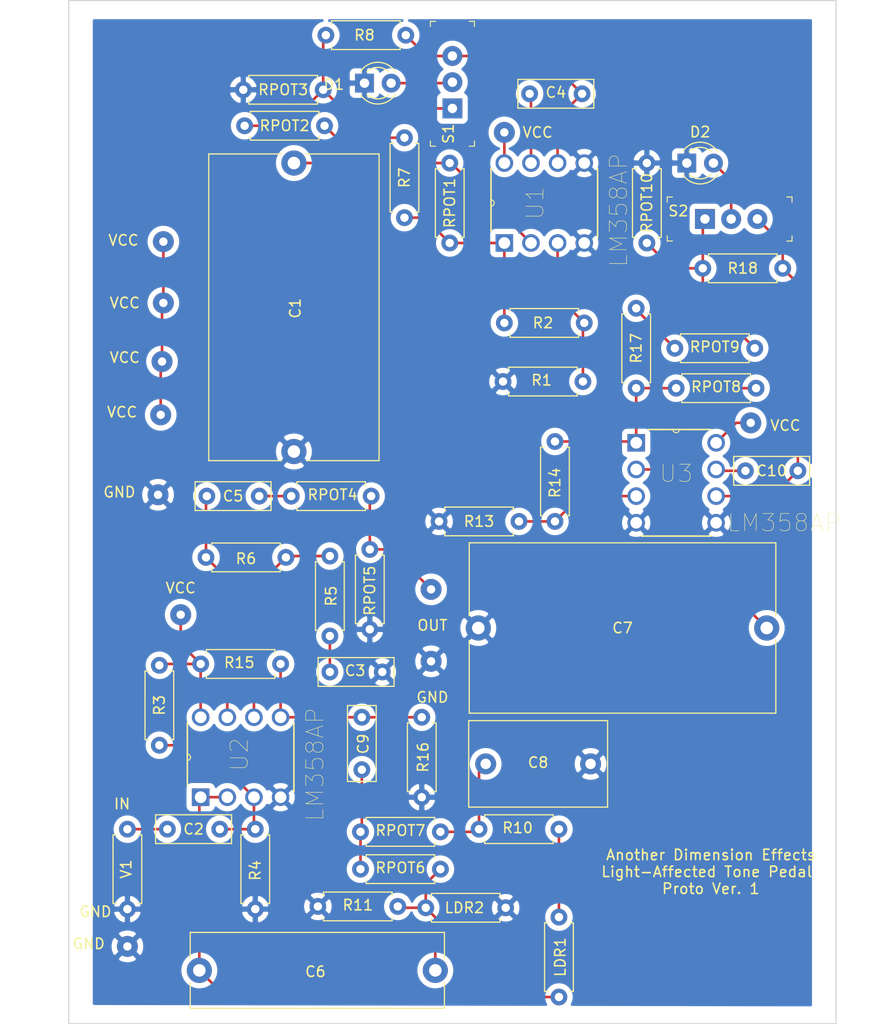
<source format=kicad_pcb>
(kicad_pcb (version 20171130) (host pcbnew 5.1.2)
  (layers (0 F.Cu signal) (31 B.Cu signal) (34 B.Paste user) (35 F.Paste user) (36 B.SilkS user) (37 F.SilkS user) (38 B.Mask user) (39 F.Mask user) (44 Edge.Cuts user))
  (net 0 "")
  (net 1 "Net-(C1-Pad1)")
  (net 2 GND)
  (net 3 "Net-(C2-Pad2)")
  (net 4 vin)
  (net 5 "Net-(C3-Pad1)")
  (net 6 "Net-(C4-Pad1)")
  (net 7 Triangle1)
  (net 8 "Net-(C5-Pad1)")
  (net 9 "Net-(C5-Pad2)")
  (net 10 "Net-(C6-Pad1)")
  (net 11 "Net-(C6-Pad2)")
  (net 12 "Net-(C7-Pad1)")
  (net 13 "Net-(C8-Pad1)")
  (net 14 "Net-(C9-Pad1)")
  (net 15 "Net-(C9-Pad2)")
  (net 16 Triangle2)
  (net 17 "Net-(C10-Pad1)")
  (net 18 "Net-(R1-Pad2)")
  (net 19 "Net-(R2-Pad1)")
  (net 20 VCC)
  (net 21 "Net-(R5-Pad1)")
  (net 22 "Net-(R7-Pad1)")
  (net 23 Square1)
  (net 24 "Net-(R13-Pad2)")
  (net 25 "Net-(R14-Pad1)")
  (net 26 "Net-(R17-Pad1)")
  (net 27 Square2)
  (net 28 vout)
  (net 29 Out1)
  (net 30 Out2)
  (net 31 "Net-(LDR1-Pad2)")
  (module Connector_Wire:SolderWirePad_1x01_Drill0.8mm (layer F.Cu) (at 102.743 83.439)
    (fp_text reference GND (at -3.683 -0.254) (layer F.SilkS))
    (fp_text value SolderWirePad_1x01_Drill0.8mm)
    (pad 1 thru_hole circle (at 0 0) (size 1.99898 1.99898) (drill 0.8001) (layers *.Cu *.Mask) (net 2 GND))
  )
  (module Connector_Wire:SolderWirePad_1x01_Drill0.8mm (layer F.Cu) (at 128.778 99.314)
    (fp_text reference GND (at 0.127 3.429) (layer F.SilkS))
    (fp_text value SolderWirePad_1x01_Drill0.8mm)
    (pad 1 thru_hole circle (at 0 0) (size 1.99898 1.99898) (drill 0.8001) (layers *.Cu *.Mask) (net 2 GND))
  )
  (module Connector_Wire:SolderWirePad_1x01_Drill0.8mm (layer F.Cu) (at 128.778 92.456)
    (fp_text reference OUT (at 0.127 3.429) (layer F.SilkS))
    (fp_text value SolderWirePad_1x01_Drill0.8mm)
    (pad 1 thru_hole circle (at 0 0) (size 1.99898 1.99898) (drill 0.8001) (layers *.Cu *.Mask) (net 28 vout))
  )
  (module Connector_Wire:SolderWirePad_1x01_Drill0.8mm (layer F.Cu) (at 99.822 126.492)
    (fp_text reference GND (at -3.683 -0.254) (layer F.SilkS))
    (fp_text value SolderWirePad_1x01_Drill0.8mm)
    (pad 1 thru_hole circle (at 0 0) (size 1.99898 1.99898) (drill 0.8001) (layers *.Cu *.Mask) (net 2 GND))
  )
  (module Connector_Wire:SolderWirePad_1x01_Drill0.8mm (layer F.Cu) (at 102.997 75.819)
    (fp_text reference VCC (at -3.683 -0.254) (layer F.SilkS))
    (fp_text value SolderWirePad_1x01_Drill0.8mm)
    (pad 1 thru_hole circle (at 0 0) (size 1.99898 1.99898) (drill 0.8001) (layers *.Cu *.Mask) (net 20 VCC))
  )
  (module Connector_Wire:SolderWirePad_1x01_Drill0.8mm (layer F.Cu) (at 103.124 70.739)
    (fp_text reference VCC (at -3.556 -0.381) (layer F.SilkS))
    (fp_text value SolderWirePad_1x01_Drill0.8mm)
    (pad 1 thru_hole circle (at 0 0) (size 1.99898 1.99898) (drill 0.8001) (layers *.Cu *.Mask) (net 20 VCC))
  )
  (module Connector_Wire:SolderWirePad_1x01_Drill0.8mm (layer F.Cu) (at 103.251 65.151)
    (fp_text reference VCC (at -3.683 0) (layer F.SilkS))
    (fp_text value SolderWirePad_1x01_Drill0.8mm)
    (pad 1 thru_hole circle (at 0 0) (size 1.99898 1.99898) (drill 0.8001) (layers *.Cu *.Mask) (net 20 VCC))
  )
  (module Connector_Wire:SolderWirePad_1x01_Drill0.8mm (layer F.Cu) (at 103.251 59.309)
    (fp_text reference VCC (at -3.81 -0.127) (layer F.SilkS))
    (fp_text value SolderWirePad_1x01_Drill0.8mm)
    (pad 1 thru_hole circle (at 0 0) (size 1.99898 1.99898) (drill 0.8001) (layers *.Cu *.Mask) (net 20 VCC))
  )
  (module Connector_Wire:SolderWirePad_1x01_Drill0.8mm (layer F.Cu) (at 104.902 94.869)
    (fp_text reference VCC (at 0 -2.54) (layer F.SilkS))
    (fp_text value SolderWirePad_1x01_Drill0.8mm)
    (pad 1 thru_hole circle (at 0 0) (size 1.99898 1.99898) (drill 0.8001) (layers *.Cu *.Mask) (net 20 VCC))
  )
  (module Connector_Wire:SolderWirePad_1x01_Drill0.8mm (layer F.Cu) (at 159.258 76.581)
    (fp_text reference VCC (at 3.302 0.254) (layer F.SilkS))
    (fp_text value SolderWirePad_1x01_Drill0.8mm)
    (pad 1 thru_hole circle (at 0 0) (size 1.99898 1.99898) (drill 0.8001) (layers *.Cu *.Mask) (net 20 VCC))
  )
  (module Connector_Wire:SolderWirePad_1x01_Drill0.8mm (layer F.Cu) (at 135.763 48.895)
    (fp_text reference VCC (at 3.175 0) (layer F.SilkS))
    (fp_text value SolderWirePad_1x01_Drill0.8mm)
    (pad 1 thru_hole circle (at 0 0) (size 1.99898 1.99898) (drill 0.8001) (layers *.Cu *.Mask) (net 20 VCC))
  )
  (module light-affected-tone-pedal:DIP254P762X508-8 (layer F.Cu) (at 155.956 86.106)
    (fp_text reference U3 (at -3.81 -4.699) (layer F.SilkS) (effects (font (size 1.64104 1.64104) (thickness 0.05))))
    (fp_text value LM358AP (at 6.477 0) (layer F.SilkS) (effects (font (size 1.64111 1.64111) (thickness 0.05))))
    (pad 1 thru_hole rect (at -7.62 -7.62) (size 1.6764 1.6764) (drill 1.1176) (layers *.Cu *.Mask) (net 25 "Net-(R14-Pad1)"))
    (pad 2 thru_hole circle (at -7.62 -5.08) (size 1.6764 1.6764) (drill 1.1176) (layers *.Cu *.Mask) (net 12 "Net-(C7-Pad1)"))
    (pad 3 thru_hole circle (at -7.62 -2.54) (size 1.6764 1.6764) (drill 1.1176) (layers *.Cu *.Mask) (net 24 "Net-(R13-Pad2)"))
    (pad 4 thru_hole circle (at -7.62 0) (size 1.6764 1.6764) (drill 1.1176) (layers *.Cu *.Mask) (net 2 GND))
    (pad 5 thru_hole circle (at 0 0) (size 1.6764 1.6764) (drill 1.1176) (layers *.Cu *.Mask) (net 2 GND))
    (pad 6 thru_hole circle (at 0 -2.54) (size 1.6764 1.6764) (drill 1.1176) (layers *.Cu *.Mask) (net 16 Triangle2))
    (pad 7 thru_hole circle (at 0 -5.08) (size 1.6764 1.6764) (drill 1.1176) (layers *.Cu *.Mask) (net 17 "Net-(C10-Pad1)"))
    (pad 8 thru_hole circle (at 0 -7.62) (size 1.6764 1.6764) (drill 1.1176) (layers *.Cu *.Mask) (net 20 VCC))
  )
  (module light-affected-tone-pedal:DIP254P762X508-8 (layer F.Cu) (at 114.427 104.648 90)
    (fp_text reference U2 (at -3.556 -3.937 90) (layer F.SilkS) (effects (font (size 1.64104 1.64104) (thickness 0.05))))
    (fp_text value LM358AP (at -4.49883 3.2788 90) (layer F.SilkS) (effects (font (size 1.64111 1.64111) (thickness 0.05))))
    (pad 1 thru_hole rect (at -7.62 -7.62 90) (size 1.6764 1.6764) (drill 1.1176) (layers *.Cu *.Mask) (net 11 "Net-(C6-Pad2)"))
    (pad 2 thru_hole circle (at -7.62 -5.08 90) (size 1.6764 1.6764) (drill 1.1176) (layers *.Cu *.Mask) (net 11 "Net-(C6-Pad2)"))
    (pad 3 thru_hole circle (at -7.62 -2.54 90) (size 1.6764 1.6764) (drill 1.1176) (layers *.Cu *.Mask) (net 3 "Net-(C2-Pad2)"))
    (pad 4 thru_hole circle (at -7.62 0 90) (size 1.6764 1.6764) (drill 1.1176) (layers *.Cu *.Mask) (net 2 GND))
    (pad 5 thru_hole circle (at 0 0 90) (size 1.6764 1.6764) (drill 1.1176) (layers *.Cu *.Mask) (net 14 "Net-(C9-Pad1)"))
    (pad 6 thru_hole circle (at 0 -2.54 90) (size 1.6764 1.6764) (drill 1.1176) (layers *.Cu *.Mask) (net 21 "Net-(R5-Pad1)"))
    (pad 7 thru_hole circle (at 0 -5.08 90) (size 1.6764 1.6764) (drill 1.1176) (layers *.Cu *.Mask) (net 8 "Net-(C5-Pad1)"))
    (pad 8 thru_hole circle (at 0 -7.62 90) (size 1.6764 1.6764) (drill 1.1176) (layers *.Cu *.Mask) (net 20 VCC))
  )
  (module light-affected-tone-pedal:DIP254P762X508-8 (layer F.Cu) (at 143.383 51.816 90)
    (fp_text reference U1 (at -3.81 -4.699 90) (layer F.SilkS) (effects (font (size 1.64104 1.64104) (thickness 0.05))))
    (fp_text value LM358AP (at -4.49883 3.2788 90) (layer F.SilkS) (effects (font (size 1.64111 1.64111) (thickness 0.05))))
    (pad 1 thru_hole rect (at -7.62 -7.62 90) (size 1.6764 1.6764) (drill 1.1176) (layers *.Cu *.Mask) (net 19 "Net-(R2-Pad1)"))
    (pad 2 thru_hole circle (at -7.62 -5.08 90) (size 1.6764 1.6764) (drill 1.1176) (layers *.Cu *.Mask) (net 1 "Net-(C1-Pad1)"))
    (pad 3 thru_hole circle (at -7.62 -2.54 90) (size 1.6764 1.6764) (drill 1.1176) (layers *.Cu *.Mask) (net 18 "Net-(R1-Pad2)"))
    (pad 4 thru_hole circle (at -7.62 0 90) (size 1.6764 1.6764) (drill 1.1176) (layers *.Cu *.Mask) (net 2 GND))
    (pad 5 thru_hole circle (at 0 0 90) (size 1.6764 1.6764) (drill 1.1176) (layers *.Cu *.Mask) (net 2 GND))
    (pad 6 thru_hole circle (at 0 -2.54 90) (size 1.6764 1.6764) (drill 1.1176) (layers *.Cu *.Mask) (net 7 Triangle1))
    (pad 7 thru_hole circle (at 0 -5.08 90) (size 1.6764 1.6764) (drill 1.1176) (layers *.Cu *.Mask) (net 6 "Net-(C4-Pad1)"))
    (pad 8 thru_hole circle (at 0 -7.62 90) (size 1.6764 1.6764) (drill 1.1176) (layers *.Cu *.Mask) (net 20 VCC))
  )
  (module Capacitor_THT:C_Rect_L29.0mm_W16.0mm_P27.50mm_MKT (layer F.Cu) (at 115.697 51.816 270)
    (fp_text reference C1 (at 13.843 -0.127 90) (layer F.SilkS))
    (fp_text value 2u)
    (pad 2 thru_hole circle (at 27.5 0 270) (size 2.4 2.4) (drill 1.2) (layers *.Cu *.Mask) (net 2 GND))
    (pad 1 thru_hole circle (at 0 0 270) (size 2.4 2.4) (drill 1.2) (layers *.Cu *.Mask) (net 1 "Net-(C1-Pad1)"))
  )
  (module Capacitor_THT:C_Disc_D7.0mm_W2.5mm_P5.00mm (layer F.Cu) (at 103.632 115.316)
    (fp_text reference C2 (at 2.5 0) (layer F.SilkS))
    (fp_text value 0.1u)
    (pad 1 thru_hole circle (at 0 0) (size 1.6 1.6) (drill 0.8) (layers *.Cu *.Mask) (net 4 vin))
    (pad 2 thru_hole circle (at 5 0) (size 1.6 1.6) (drill 0.8) (layers *.Cu *.Mask) (net 3 "Net-(C2-Pad2)"))
  )
  (module Capacitor_THT:C_Disc_D7.0mm_W2.5mm_P5.00mm (layer F.Cu) (at 119.126 100.33)
    (fp_text reference C3 (at 2.413 -0.127) (layer F.SilkS))
    (fp_text value 0.1u)
    (pad 1 thru_hole circle (at 0 0) (size 1.6 1.6) (drill 0.8) (layers *.Cu *.Mask) (net 5 "Net-(C3-Pad1)"))
    (pad 2 thru_hole circle (at 5 0) (size 1.6 1.6) (drill 0.8) (layers *.Cu *.Mask) (net 2 GND))
  )
  (module Capacitor_THT:C_Disc_D7.0mm_W2.5mm_P5.00mm (layer F.Cu) (at 138.176 45.212)
    (fp_text reference C4 (at 2.5 -0.127) (layer F.SilkS))
    (fp_text value 1u)
    (pad 2 thru_hole circle (at 5 0) (size 1.6 1.6) (drill 0.8) (layers *.Cu *.Mask) (net 7 Triangle1))
    (pad 1 thru_hole circle (at 0 0) (size 1.6 1.6) (drill 0.8) (layers *.Cu *.Mask) (net 6 "Net-(C4-Pad1)"))
  )
  (module Capacitor_THT:C_Disc_D7.0mm_W2.5mm_P5.00mm (layer F.Cu) (at 107.395 83.566)
    (fp_text reference C5 (at 2.5 0) (layer F.SilkS))
    (fp_text value 10u)
    (pad 2 thru_hole circle (at 5 0) (size 1.6 1.6) (drill 0.8) (layers *.Cu *.Mask) (net 9 "Net-(C5-Pad2)"))
    (pad 1 thru_hole circle (at 0 0) (size 1.6 1.6) (drill 0.8) (layers *.Cu *.Mask) (net 8 "Net-(C5-Pad1)"))
  )
  (module Capacitor_THT:C_Rect_L24.0mm_W7.0mm_P22.50mm_MKT (layer F.Cu) (at 129.18 128.778 180)
    (fp_text reference C6 (at 11.43 -0.127) (layer F.SilkS))
    (fp_text value 5600p)
    (pad 1 thru_hole circle (at 0 0 180) (size 2.4 2.4) (drill 1.2) (layers *.Cu *.Mask) (net 10 "Net-(C6-Pad1)"))
    (pad 2 thru_hole circle (at 22.5 0 180) (size 2.4 2.4) (drill 1.2) (layers *.Cu *.Mask) (net 11 "Net-(C6-Pad2)"))
  )
  (module Capacitor_THT:C_Rect_L29.0mm_W16.0mm_P27.50mm_MKT (layer F.Cu) (at 160.782 96.139 180)
    (fp_text reference C7 (at 13.75 0) (layer F.SilkS))
    (fp_text value 2u)
    (pad 1 thru_hole circle (at 0 0 180) (size 2.4 2.4) (drill 1.2) (layers *.Cu *.Mask) (net 12 "Net-(C7-Pad1)"))
    (pad 2 thru_hole circle (at 27.5 0 180) (size 2.4 2.4) (drill 1.2) (layers *.Cu *.Mask) (net 2 GND))
  )
  (module Capacitor_THT:C_Rect_L13.0mm_W8.0mm_P10.00mm_FKS3_FKP3_MKS4 (layer F.Cu) (at 133.985 109.093)
    (fp_text reference C8 (at 5 -0.127) (layer F.SilkS))
    (fp_text value 0.022u)
    (pad 1 thru_hole circle (at 0 0) (size 2 2) (drill 1) (layers *.Cu *.Mask) (net 13 "Net-(C8-Pad1)"))
    (pad 2 thru_hole circle (at 10 0) (size 2 2) (drill 1) (layers *.Cu *.Mask) (net 2 GND))
  )
  (module Capacitor_THT:C_Disc_D7.0mm_W2.5mm_P5.00mm (layer F.Cu) (at 122.174 104.648 270)
    (fp_text reference C9 (at 2.54 -0.127 90) (layer F.SilkS))
    (fp_text value 10u)
    (pad 1 thru_hole circle (at 0 0 270) (size 1.6 1.6) (drill 0.8) (layers *.Cu *.Mask) (net 14 "Net-(C9-Pad1)"))
    (pad 2 thru_hole circle (at 5 0 270) (size 1.6 1.6) (drill 0.8) (layers *.Cu *.Mask) (net 15 "Net-(C9-Pad2)"))
  )
  (module Capacitor_THT:C_Disc_D7.0mm_W2.5mm_P5.00mm (layer F.Cu) (at 158.75 81.153)
    (fp_text reference C10 (at 2.5 0) (layer F.SilkS))
    (fp_text value 1u)
    (pad 2 thru_hole circle (at 5 0) (size 1.6 1.6) (drill 0.8) (layers *.Cu *.Mask) (net 16 Triangle2))
    (pad 1 thru_hole circle (at 0 0) (size 1.6 1.6) (drill 0.8) (layers *.Cu *.Mask) (net 17 "Net-(C10-Pad1)"))
  )
  (module LED_THT:LED_D3.0mm (layer F.Cu) (at 122.428 44.196)
    (fp_text reference D1 (at -2.921 0.127) (layer F.SilkS))
    (fp_text value CQY99)
    (pad 2 thru_hole circle (at 2.54 0) (size 1.8 1.8) (drill 0.9) (layers *.Cu *.Mask) (net 29 Out1))
    (pad 1 thru_hole rect (at 0 0) (size 1.8 1.8) (drill 0.9) (layers *.Cu *.Mask) (net 2 GND))
  )
  (module LED_THT:LED_D3.0mm (layer F.Cu) (at 153.162 51.816)
    (fp_text reference D2 (at 1.27 -2.96) (layer F.SilkS))
    (fp_text value CQY99)
    (pad 1 thru_hole rect (at 0 0) (size 1.8 1.8) (drill 0.9) (layers *.Cu *.Mask) (net 2 GND))
    (pad 2 thru_hole circle (at 2.54 0) (size 1.8 1.8) (drill 0.9) (layers *.Cu *.Mask) (net 30 Out2))
  )
  (module Resistor_THT:R_Axial_DIN0207_L6.3mm_D2.5mm_P7.62mm_Horizontal (layer F.Cu) (at 135.636 72.644)
    (fp_text reference R1 (at 3.683 -0.127) (layer F.SilkS))
    (fp_text value 1Meg)
    (pad 2 thru_hole oval (at 7.62 0) (size 1.6 1.6) (drill 0.8) (layers *.Cu *.Mask) (net 18 "Net-(R1-Pad2)"))
    (pad 1 thru_hole circle (at 0 0) (size 1.6 1.6) (drill 0.8) (layers *.Cu *.Mask) (net 2 GND))
  )
  (module Resistor_THT:R_Axial_DIN0207_L6.3mm_D2.5mm_P7.62mm_Horizontal (layer F.Cu) (at 135.763 67.056)
    (fp_text reference R2 (at 3.683 0) (layer F.SilkS))
    (fp_text value 1k)
    (pad 1 thru_hole circle (at 0 0) (size 1.6 1.6) (drill 0.8) (layers *.Cu *.Mask) (net 19 "Net-(R2-Pad1)"))
    (pad 2 thru_hole oval (at 7.62 0) (size 1.6 1.6) (drill 0.8) (layers *.Cu *.Mask) (net 18 "Net-(R1-Pad2)"))
  )
  (module Resistor_THT:R_Axial_DIN0207_L6.3mm_D2.5mm_P7.62mm_Horizontal (layer F.Cu) (at 102.87 99.695 270)
    (fp_text reference R3 (at 3.81 0 90) (layer F.SilkS))
    (fp_text value 1Meg)
    (pad 2 thru_hole oval (at 7.62 0 270) (size 1.6 1.6) (drill 0.8) (layers *.Cu *.Mask) (net 3 "Net-(C2-Pad2)"))
    (pad 1 thru_hole circle (at 0 0 270) (size 1.6 1.6) (drill 0.8) (layers *.Cu *.Mask) (net 20 VCC))
  )
  (module Resistor_THT:R_Axial_DIN0207_L6.3mm_D2.5mm_P7.62mm_Horizontal (layer F.Cu) (at 112.014 115.316 270)
    (fp_text reference R4 (at 3.937 0 90) (layer F.SilkS))
    (fp_text value 1Meg)
    (pad 2 thru_hole oval (at 7.62 0 270) (size 1.6 1.6) (drill 0.8) (layers *.Cu *.Mask) (net 2 GND))
    (pad 1 thru_hole circle (at 0 0 270) (size 1.6 1.6) (drill 0.8) (layers *.Cu *.Mask) (net 3 "Net-(C2-Pad2)"))
  )
  (module Resistor_THT:R_Axial_DIN0207_L6.3mm_D2.5mm_P7.62mm_Horizontal (layer F.Cu) (at 119.126 89.281 270)
    (fp_text reference R5 (at 3.81 -0.127 90) (layer F.SilkS))
    (fp_text value 1k)
    (pad 2 thru_hole oval (at 7.62 0 270) (size 1.6 1.6) (drill 0.8) (layers *.Cu *.Mask) (net 5 "Net-(C3-Pad1)"))
    (pad 1 thru_hole circle (at 0 0 270) (size 1.6 1.6) (drill 0.8) (layers *.Cu *.Mask) (net 21 "Net-(R5-Pad1)"))
  )
  (module Resistor_THT:R_Axial_DIN0207_L6.3mm_D2.5mm_P7.62mm_Horizontal (layer F.Cu) (at 114.935 89.408 180)
    (fp_text reference R6 (at 3.81 -0.127) (layer F.SilkS))
    (fp_text value 100k)
    (pad 1 thru_hole circle (at 0 0 180) (size 1.6 1.6) (drill 0.8) (layers *.Cu *.Mask) (net 21 "Net-(R5-Pad1)"))
    (pad 2 thru_hole oval (at 7.62 0 180) (size 1.6 1.6) (drill 0.8) (layers *.Cu *.Mask) (net 8 "Net-(C5-Pad1)"))
  )
  (module Resistor_THT:R_Axial_DIN0207_L6.3mm_D2.5mm_P7.62mm_Horizontal (layer F.Cu) (at 126.238 49.403 270)
    (fp_text reference R7 (at 3.81 0 90) (layer F.SilkS))
    (fp_text value 10k)
    (pad 2 thru_hole oval (at 7.62 0 270) (size 1.6 1.6) (drill 0.8) (layers *.Cu *.Mask) (net 19 "Net-(R2-Pad1)"))
    (pad 1 thru_hole circle (at 0 0 270) (size 1.6 1.6) (drill 0.8) (layers *.Cu *.Mask) (net 22 "Net-(R7-Pad1)"))
  )
  (module Resistor_THT:R_Axial_DIN0207_L6.3mm_D2.5mm_P7.62mm_Horizontal (layer F.Cu) (at 118.745 39.624)
    (fp_text reference R8 (at 3.683 0) (layer F.SilkS))
    (fp_text value 120k)
    (pad 1 thru_hole circle (at 0 0) (size 1.6 1.6) (drill 0.8) (layers *.Cu *.Mask) (net 23 Square1))
    (pad 2 thru_hole oval (at 7.62 0) (size 1.6 1.6) (drill 0.8) (layers *.Cu *.Mask) (net 7 Triangle1))
  )
  (module Resistor_THT:R_Axial_DIN0207_L6.3mm_D2.5mm_P7.62mm_Horizontal (layer F.Cu) (at 140.97 131.318 90)
    (fp_text reference LDR1 (at 3.81 0.127 90) (layer F.SilkS))
    (fp_text value RLDR3k-11k)
    (pad 2 thru_hole oval (at 7.62 0 90) (size 1.6 1.6) (drill 0.8) (layers *.Cu *.Mask) (net 31 "Net-(LDR1-Pad2)"))
    (pad 1 thru_hole circle (at 0 0 90) (size 1.6 1.6) (drill 0.8) (layers *.Cu *.Mask) (net 11 "Net-(C6-Pad2)"))
  )
  (module Resistor_THT:R_Axial_DIN0207_L6.3mm_D2.5mm_P7.62mm_Horizontal (layer F.Cu) (at 133.35 115.316)
    (fp_text reference R10 (at 3.683 -0.127) (layer F.SilkS))
    (fp_text value 24k)
    (pad 1 thru_hole circle (at 0 0) (size 1.6 1.6) (drill 0.8) (layers *.Cu *.Mask) (net 13 "Net-(C8-Pad1)"))
    (pad 2 thru_hole oval (at 7.62 0) (size 1.6 1.6) (drill 0.8) (layers *.Cu *.Mask) (net 31 "Net-(LDR1-Pad2)"))
  )
  (module Resistor_THT:R_Axial_DIN0207_L6.3mm_D2.5mm_P7.62mm_Horizontal (layer F.Cu) (at 117.983 122.682)
    (fp_text reference R11 (at 3.81 -0.127) (layer F.SilkS))
    (fp_text value 24k)
    (pad 2 thru_hole oval (at 7.62 0) (size 1.6 1.6) (drill 0.8) (layers *.Cu *.Mask) (net 10 "Net-(C6-Pad1)"))
    (pad 1 thru_hole circle (at 0 0) (size 1.6 1.6) (drill 0.8) (layers *.Cu *.Mask) (net 2 GND))
  )
  (module Resistor_THT:R_Axial_DIN0207_L6.3mm_D2.5mm_P7.62mm_Horizontal (layer F.Cu) (at 135.89 122.809 180)
    (fp_text reference LDR2 (at 3.937 0) (layer F.SilkS))
    (fp_text value RLDR3k-11k)
    (pad 1 thru_hole circle (at 0 0 180) (size 1.6 1.6) (drill 0.8) (layers *.Cu *.Mask) (net 2 GND))
    (pad 2 thru_hole oval (at 7.62 0 180) (size 1.6 1.6) (drill 0.8) (layers *.Cu *.Mask) (net 10 "Net-(C6-Pad1)"))
  )
  (module Resistor_THT:R_Axial_DIN0207_L6.3mm_D2.5mm_P7.62mm_Horizontal (layer F.Cu) (at 129.54 85.979)
    (fp_text reference R13 (at 3.81 0) (layer F.SilkS))
    (fp_text value 1Meg)
    (pad 1 thru_hole circle (at 0 0) (size 1.6 1.6) (drill 0.8) (layers *.Cu *.Mask) (net 2 GND))
    (pad 2 thru_hole oval (at 7.62 0) (size 1.6 1.6) (drill 0.8) (layers *.Cu *.Mask) (net 24 "Net-(R13-Pad2)"))
  )
  (module Resistor_THT:R_Axial_DIN0207_L6.3mm_D2.5mm_P7.62mm_Horizontal (layer F.Cu) (at 140.589 78.359 270)
    (fp_text reference R14 (at 3.937 0 90) (layer F.SilkS))
    (fp_text value 1k)
    (pad 2 thru_hole oval (at 7.62 0 270) (size 1.6 1.6) (drill 0.8) (layers *.Cu *.Mask) (net 24 "Net-(R13-Pad2)"))
    (pad 1 thru_hole circle (at 0 0 270) (size 1.6 1.6) (drill 0.8) (layers *.Cu *.Mask) (net 25 "Net-(R14-Pad1)"))
  )
  (module Resistor_THT:R_Axial_DIN0207_L6.3mm_D2.5mm_P7.62mm_Horizontal (layer F.Cu) (at 106.807 99.568)
    (fp_text reference R15 (at 3.683 -0.127) (layer F.SilkS))
    (fp_text value 1Meg)
    (pad 1 thru_hole circle (at 0 0) (size 1.6 1.6) (drill 0.8) (layers *.Cu *.Mask) (net 20 VCC))
    (pad 2 thru_hole oval (at 7.62 0) (size 1.6 1.6) (drill 0.8) (layers *.Cu *.Mask) (net 14 "Net-(C9-Pad1)"))
  )
  (module Resistor_THT:R_Axial_DIN0207_L6.3mm_D2.5mm_P7.62mm_Horizontal (layer F.Cu) (at 127.889 104.648 270)
    (fp_text reference R16 (at 3.81 -0.127 90) (layer F.SilkS))
    (fp_text value 1Meg)
    (pad 2 thru_hole oval (at 7.62 0 270) (size 1.6 1.6) (drill 0.8) (layers *.Cu *.Mask) (net 2 GND))
    (pad 1 thru_hole circle (at 0 0 270) (size 1.6 1.6) (drill 0.8) (layers *.Cu *.Mask) (net 14 "Net-(C9-Pad1)"))
  )
  (module Resistor_THT:R_Axial_DIN0207_L6.3mm_D2.5mm_P7.62mm_Horizontal (layer F.Cu) (at 148.336 65.659 270)
    (fp_text reference R17 (at 3.81 0 90) (layer F.SilkS))
    (fp_text value 10k)
    (pad 1 thru_hole circle (at 0 0 270) (size 1.6 1.6) (drill 0.8) (layers *.Cu *.Mask) (net 26 "Net-(R17-Pad1)"))
    (pad 2 thru_hole oval (at 7.62 0 270) (size 1.6 1.6) (drill 0.8) (layers *.Cu *.Mask) (net 25 "Net-(R14-Pad1)"))
  )
  (module Resistor_THT:R_Axial_DIN0207_L6.3mm_D2.5mm_P7.62mm_Horizontal (layer F.Cu) (at 154.686 61.849)
    (fp_text reference R18 (at 3.81 0) (layer F.SilkS))
    (fp_text value 120k)
    (pad 2 thru_hole oval (at 7.62 0) (size 1.6 1.6) (drill 0.8) (layers *.Cu *.Mask) (net 16 Triangle2))
    (pad 1 thru_hole circle (at 0 0) (size 1.6 1.6) (drill 0.8) (layers *.Cu *.Mask) (net 27 Square2))
  )
  (module Resistor_THT:R_Axial_DIN0207_L6.3mm_D2.5mm_P7.62mm_Horizontal (layer F.Cu) (at 130.556 59.436 90)
    (fp_text reference RPOT1 (at 3.81 0 90) (layer F.SilkS))
    (fp_text value R20kLin)
    (pad 1 thru_hole circle (at 0 0 90) (size 1.6 1.6) (drill 0.8) (layers *.Cu *.Mask) (net 19 "Net-(R2-Pad1)"))
    (pad 2 thru_hole oval (at 7.62 0 90) (size 1.6 1.6) (drill 0.8) (layers *.Cu *.Mask) (net 1 "Net-(C1-Pad1)"))
  )
  (module Resistor_THT:R_Axial_DIN0207_L6.3mm_D2.5mm_P7.62mm_Horizontal (layer F.Cu) (at 118.618 48.26 180)
    (fp_text reference RPOT2 (at 3.81 0) (layer F.SilkS))
    (fp_text value R10kLin)
    (pad 1 thru_hole circle (at 0 0 180) (size 1.6 1.6) (drill 0.8) (layers *.Cu *.Mask) (net 22 "Net-(R7-Pad1)"))
    (pad 2 thru_hole oval (at 7.62 0 180) (size 1.6 1.6) (drill 0.8) (layers *.Cu *.Mask) (net 23 Square1))
  )
  (module Resistor_THT:R_Axial_DIN0207_L6.3mm_D2.5mm_P7.62mm_Horizontal (layer F.Cu) (at 118.491 44.831 180)
    (fp_text reference RPOT3 (at 3.81 0) (layer F.SilkS))
    (fp_text value R10kLin)
    (pad 2 thru_hole oval (at 7.62 0 180) (size 1.6 1.6) (drill 0.8) (layers *.Cu *.Mask) (net 2 GND))
    (pad 1 thru_hole circle (at 0 0 180) (size 1.6 1.6) (drill 0.8) (layers *.Cu *.Mask) (net 23 Square1))
  )
  (module Resistor_THT:R_Axial_DIN0207_L6.3mm_D2.5mm_P7.62mm_Horizontal (layer F.Cu) (at 115.443 83.566)
    (fp_text reference RPOT4 (at 3.937 -0.127) (layer F.SilkS))
    (fp_text value R1MegLog)
    (pad 1 thru_hole circle (at 0 0) (size 1.6 1.6) (drill 0.8) (layers *.Cu *.Mask) (net 9 "Net-(C5-Pad2)"))
    (pad 2 thru_hole oval (at 7.62 0) (size 1.6 1.6) (drill 0.8) (layers *.Cu *.Mask) (net 28 vout))
  )
  (module Resistor_THT:R_Axial_DIN0207_L6.3mm_D2.5mm_P7.62mm_Horizontal (layer F.Cu) (at 122.936 88.646 270)
    (fp_text reference RPOT5 (at 3.937 0 90) (layer F.SilkS))
    (fp_text value R1MegLog)
    (pad 1 thru_hole circle (at 0 0 270) (size 1.6 1.6) (drill 0.8) (layers *.Cu *.Mask) (net 28 vout))
    (pad 2 thru_hole oval (at 7.62 0 270) (size 1.6 1.6) (drill 0.8) (layers *.Cu *.Mask) (net 2 GND))
  )
  (module Resistor_THT:R_Axial_DIN0207_L6.3mm_D2.5mm_P7.62mm_Horizontal (layer F.Cu) (at 129.667 119.126 180)
    (fp_text reference RPOT6 (at 3.81 0.127) (layer F.SilkS))
    (fp_text value R100kLin)
    (pad 2 thru_hole oval (at 7.62 0 180) (size 1.6 1.6) (drill 0.8) (layers *.Cu *.Mask) (net 15 "Net-(C9-Pad2)"))
    (pad 1 thru_hole circle (at 0 0 180) (size 1.6 1.6) (drill 0.8) (layers *.Cu *.Mask) (net 10 "Net-(C6-Pad1)"))
  )
  (module Resistor_THT:R_Axial_DIN0207_L6.3mm_D2.5mm_P7.62mm_Horizontal (layer F.Cu) (at 122.047 115.57)
    (fp_text reference RPOT7 (at 3.81 -0.127) (layer F.SilkS))
    (fp_text value R100kLin)
    (pad 1 thru_hole circle (at 0 0) (size 1.6 1.6) (drill 0.8) (layers *.Cu *.Mask) (net 15 "Net-(C9-Pad2)"))
    (pad 2 thru_hole oval (at 7.62 0) (size 1.6 1.6) (drill 0.8) (layers *.Cu *.Mask) (net 13 "Net-(C8-Pad1)"))
  )
  (module Resistor_THT:R_Axial_DIN0207_L6.3mm_D2.5mm_P7.62mm_Horizontal (layer F.Cu) (at 152.146 73.279)
    (fp_text reference RPOT8 (at 3.81 -0.127) (layer F.SilkS))
    (fp_text value R20kLin)
    (pad 2 thru_hole oval (at 7.62 0) (size 1.6 1.6) (drill 0.8) (layers *.Cu *.Mask) (net 12 "Net-(C7-Pad1)"))
    (pad 1 thru_hole circle (at 0 0) (size 1.6 1.6) (drill 0.8) (layers *.Cu *.Mask) (net 25 "Net-(R14-Pad1)"))
  )
  (module Resistor_THT:R_Axial_DIN0207_L6.3mm_D2.5mm_P7.62mm_Horizontal (layer F.Cu) (at 152.019 69.469)
    (fp_text reference RPOT9 (at 3.81 -0.127) (layer F.SilkS))
    (fp_text value R10kLin)
    (pad 2 thru_hole oval (at 7.62 0) (size 1.6 1.6) (drill 0.8) (layers *.Cu *.Mask) (net 27 Square2))
    (pad 1 thru_hole circle (at 0 0) (size 1.6 1.6) (drill 0.8) (layers *.Cu *.Mask) (net 26 "Net-(R17-Pad1)"))
  )
  (module Resistor_THT:R_Axial_DIN0207_L6.3mm_D2.5mm_P7.62mm_Horizontal (layer F.Cu) (at 149.352 59.436 90)
    (fp_text reference RPOT10 (at 3.81 0 90) (layer F.SilkS))
    (fp_text value R10kLin)
    (pad 1 thru_hole circle (at 0 0 90) (size 1.6 1.6) (drill 0.8) (layers *.Cu *.Mask) (net 27 Square2))
    (pad 2 thru_hole oval (at 7.62 0 90) (size 1.6 1.6) (drill 0.8) (layers *.Cu *.Mask) (net 2 GND))
  )
  (module light-affected-tone-pedal:Switch_Slide_11.6x4mm_EG1218 (layer F.Cu) (at 130.81 46.609 90)
    (fp_text reference S1 (at -2.413 -0.381 90) (layer F.SilkS))
    (fp_text value EG1218)
    (pad 3 thru_hole circle (at 5 0 90) (size 1.9 1.9) (drill 0.9) (layers *.Cu *.Mask) (net 7 Triangle1))
    (pad 2 thru_hole circle (at 2.5 0 90) (size 1.9 1.9) (drill 0.9) (layers *.Cu *.Mask) (net 29 Out1))
    (pad 1 thru_hole rect (at 0 0 90) (size 1.9 1.9) (drill 0.9) (layers *.Cu *.Mask) (net 23 Square1))
  )
  (module light-affected-tone-pedal:Switch_Slide_11.6x4mm_EG1218 (layer F.Cu) (at 154.893 57.15)
    (fp_text reference S2 (at -2.54 -0.762) (layer F.SilkS))
    (fp_text value EG1218)
    (pad 3 thru_hole circle (at 5 0) (size 1.9 1.9) (drill 0.9) (layers *.Cu *.Mask) (net 16 Triangle2))
    (pad 2 thru_hole circle (at 2.5 0) (size 1.9 1.9) (drill 0.9) (layers *.Cu *.Mask) (net 30 Out2))
    (pad 1 thru_hole rect (at 0 0) (size 1.9 1.9) (drill 0.9) (layers *.Cu *.Mask) (net 27 Square2))
  )
  (module Resistor_THT:R_Axial_DIN0207_L6.3mm_D2.5mm_P7.62mm_Horizontal (layer F.Cu) (at 99.822 115.316 270)
    (fp_text reference V1 (at 3.81 0.127 90) (layer F.SilkS))
    (fp_text value VSOURCE)
    (pad 1 thru_hole circle (at 0 0 270) (size 1.6 1.6) (drill 0.8) (layers *.Cu *.Mask) (net 4 vin))
    (pad 2 thru_hole oval (at 7.62 0 270) (size 1.6 1.6) (drill 0.8) (layers *.Cu *.Mask) (net 2 GND))
  )
  (gr_text "Another Dimension Effects\nLight-Affected Tone Pedal \nProto Ver. 1" (at 155.448 119.38) (layer F.SilkS) (effects (font (size 1 1))))
  (gr_line (start 167.386 36.322) (end 167.386 133.858) (layer Edge.Cuts) (width 0.1))
  (gr_line (start 94.234 36.322) (end 167.386 36.322) (layer Edge.Cuts) (width 0.1))
  (gr_line (start 167.386 133.858) (end 94.234 133.858) (layer Edge.Cuts) (width 0.1))
  (gr_line (start 94.234 133.858) (end 94.234 36.322) (layer Edge.Cuts) (width 0.1))
  (gr_text GND (at 96.774 123.19) (layer F.SilkS) (effects (font (size 1 1))))
  (gr_text IN (at 99.314 112.903) (layer F.SilkS) (effects (font (size 1 1))))
  (segment (start 130.683 51.816) (end 130.556 51.816) (width 0.25) (layer F.Cu) (net 1))
  (segment (start 138.303 59.436) (end 130.683 51.816) (width 0.25) (layer F.Cu) (net 1))
  (segment (start 130.556 51.816) (end 115.697 51.816) (width 0.25) (layer F.Cu) (net 1))
  (segment (start 106.934 107.315) (end 102.87 107.315) (width 0.25) (layer F.Cu) (net 3))
  (segment (start 111.887 112.268) (end 106.934 107.315) (width 0.25) (layer F.Cu) (net 3))
  (segment (start 111.887 115.189) (end 112.014 115.316) (width 0.25) (layer F.Cu) (net 3))
  (segment (start 111.887 112.268) (end 111.887 115.189) (width 0.25) (layer F.Cu) (net 3))
  (segment (start 110.88263 115.316) (end 108.632 115.316) (width 0.25) (layer F.Cu) (net 3))
  (segment (start 112.014 115.316) (end 110.88263 115.316) (width 0.25) (layer F.Cu) (net 3))
  (segment (start 103.632 115.316) (end 99.822 115.316) (width 0.25) (layer F.Cu) (net 4))
  (segment (start 119.126 100.33) (end 119.126 96.901) (width 0.25) (layer F.Cu) (net 5))
  (segment (start 138.303 45.339) (end 138.176 45.212) (width 0.25) (layer F.Cu) (net 6))
  (segment (start 138.303 51.816) (end 138.303 45.339) (width 0.25) (layer F.Cu) (net 6))
  (segment (start 140.843 47.545) (end 143.176 45.212) (width 0.25) (layer F.Cu) (net 7))
  (segment (start 140.843 51.816) (end 140.843 47.545) (width 0.25) (layer F.Cu) (net 7))
  (segment (start 139.573 41.609) (end 130.81 41.609) (width 0.25) (layer F.Cu) (net 7))
  (segment (start 143.176 45.212) (end 139.573 41.609) (width 0.25) (layer F.Cu) (net 7))
  (segment (start 128.35 41.609) (end 126.365 39.624) (width 0.25) (layer F.Cu) (net 7))
  (segment (start 130.81 41.609) (end 128.35 41.609) (width 0.25) (layer F.Cu) (net 7))
  (segment (start 109.347 91.44) (end 107.315 89.408) (width 0.25) (layer F.Cu) (net 8))
  (segment (start 109.347 104.648) (end 109.347 91.44) (width 0.25) (layer F.Cu) (net 8))
  (segment (start 107.315 83.646) (end 107.395 83.566) (width 0.25) (layer F.Cu) (net 8))
  (segment (start 107.315 89.408) (end 107.315 83.646) (width 0.25) (layer F.Cu) (net 8))
  (segment (start 113.52637 83.566) (end 115.443 83.566) (width 0.25) (layer F.Cu) (net 9))
  (segment (start 112.395 83.566) (end 113.52637 83.566) (width 0.25) (layer F.Cu) (net 9))
  (segment (start 129.18 123.719) (end 128.27 122.809) (width 0.25) (layer F.Cu) (net 10))
  (segment (start 129.18 128.778) (end 129.18 123.719) (width 0.25) (layer F.Cu) (net 10))
  (segment (start 125.73 122.809) (end 125.603 122.682) (width 0.25) (layer F.Cu) (net 10))
  (segment (start 128.27 122.809) (end 125.73 122.809) (width 0.25) (layer F.Cu) (net 10))
  (segment (start 128.27 120.523) (end 129.667 119.126) (width 0.25) (layer F.Cu) (net 10))
  (segment (start 128.27 122.809) (end 128.27 120.523) (width 0.25) (layer F.Cu) (net 10))
  (segment (start 108.161607 112.268) (end 106.807 112.268) (width 0.25) (layer F.Cu) (net 11))
  (segment (start 109.347 112.268) (end 108.161607 112.268) (width 0.25) (layer F.Cu) (net 11))
  (segment (start 106.68 112.395) (end 106.807 112.268) (width 0.25) (layer F.Cu) (net 11))
  (segment (start 106.68 128.778) (end 106.68 112.395) (width 0.25) (layer F.Cu) (net 11))
  (segment (start 109.22 131.318) (end 106.68 128.778) (width 0.25) (layer F.Cu) (net 11))
  (segment (start 140.97 131.318) (end 109.22 131.318) (width 0.25) (layer F.Cu) (net 11))
  (segment (start 159.766 73.279) (end 157.607 73.279) (width 0.25) (layer F.Cu) (net 12))
  (segment (start 149.86 81.026) (end 148.336 81.026) (width 0.25) (layer F.Cu) (net 12))
  (segment (start 160.782 96.139) (end 151.638 86.995) (width 0.25) (layer F.Cu) (net 12))
  (segment (start 151.638 86.995) (end 151.638 79.248) (width 0.25) (layer F.Cu) (net 12))
  (segment (start 157.607 73.279) (end 151.765 79.121) (width 0.25) (layer F.Cu) (net 12))
  (segment (start 151.638 79.248) (end 151.765 79.121) (width 0.25) (layer F.Cu) (net 12))
  (segment (start 151.765 79.121) (end 149.86 81.026) (width 0.25) (layer F.Cu) (net 12))
  (segment (start 133.096 115.57) (end 133.35 115.316) (width 0.25) (layer F.Cu) (net 13))
  (segment (start 129.667 115.57) (end 133.096 115.57) (width 0.25) (layer F.Cu) (net 13))
  (segment (start 133.35 109.728) (end 133.985 109.093) (width 0.25) (layer F.Cu) (net 13))
  (segment (start 133.35 115.316) (end 133.35 109.728) (width 0.25) (layer F.Cu) (net 13))
  (segment (start 114.427 99.568) (end 114.427 104.648) (width 0.25) (layer F.Cu) (net 14))
  (segment (start 127.889 104.648) (end 122.174 104.648) (width 0.25) (layer F.Cu) (net 14))
  (segment (start 122.174 104.648) (end 114.427 104.648) (width 0.25) (layer F.Cu) (net 14))
  (segment (start 122.047 115.57) (end 122.047 119.126) (width 0.25) (layer F.Cu) (net 15))
  (segment (start 122.174 115.443) (end 122.047 115.57) (width 0.25) (layer F.Cu) (net 15))
  (segment (start 122.174 109.648) (end 122.174 115.443) (width 0.25) (layer F.Cu) (net 15))
  (segment (start 162.306 59.563) (end 162.306 61.849) (width 0.25) (layer F.Cu) (net 16))
  (segment (start 159.893 57.15) (end 162.306 59.563) (width 0.25) (layer F.Cu) (net 16))
  (segment (start 163.75 63.293) (end 162.306 61.849) (width 0.25) (layer F.Cu) (net 16))
  (segment (start 163.75 81.153) (end 163.75 63.293) (width 0.25) (layer F.Cu) (net 16))
  (segment (start 161.337 83.566) (end 163.75 81.153) (width 0.25) (layer F.Cu) (net 16))
  (segment (start 155.956 83.566) (end 161.337 83.566) (width 0.25) (layer F.Cu) (net 16))
  (segment (start 156.083 81.153) (end 155.956 81.026) (width 0.25) (layer F.Cu) (net 17))
  (segment (start 158.75 81.153) (end 156.083 81.153) (width 0.25) (layer F.Cu) (net 17))
  (segment (start 140.843 64.516) (end 143.383 67.056) (width 0.25) (layer F.Cu) (net 18))
  (segment (start 140.843 59.436) (end 140.843 64.516) (width 0.25) (layer F.Cu) (net 18))
  (segment (start 143.256 67.183) (end 143.383 67.056) (width 0.25) (layer F.Cu) (net 18))
  (segment (start 143.256 72.644) (end 143.256 67.183) (width 0.25) (layer F.Cu) (net 18))
  (segment (start 128.143 57.023) (end 126.238 57.023) (width 0.25) (layer F.Cu) (net 19))
  (segment (start 130.556 59.436) (end 128.143 57.023) (width 0.25) (layer F.Cu) (net 19))
  (segment (start 130.556 59.436) (end 135.763 59.436) (width 0.25) (layer F.Cu) (net 19))
  (segment (start 135.763 59.436) (end 135.763 67.056) (width 0.25) (layer F.Cu) (net 19))
  (segment (start 102.997 70.866) (end 103.124 70.739) (width 0.25) (layer F.Cu) (net 20))
  (segment (start 102.997 75.819) (end 102.997 70.866) (width 0.25) (layer F.Cu) (net 20))
  (segment (start 103.124 65.278) (end 103.251 65.151) (width 0.25) (layer F.Cu) (net 20))
  (segment (start 103.124 70.739) (end 103.124 65.278) (width 0.25) (layer F.Cu) (net 20))
  (segment (start 103.251 65.151) (end 103.251 59.309) (width 0.25) (layer F.Cu) (net 20))
  (segment (start 135.763 48.895) (end 135.763 51.816) (width 0.25) (layer F.Cu) (net 20))
  (segment (start 157.861 76.581) (end 159.258 76.581) (width 0.25) (layer F.Cu) (net 20))
  (segment (start 155.956 78.486) (end 157.861 76.581) (width 0.25) (layer F.Cu) (net 20))
  (segment (start 106.807 104.648) (end 106.807 99.568) (width 0.25) (layer F.Cu) (net 20))
  (segment (start 102.997 99.568) (end 102.87 99.695) (width 0.25) (layer F.Cu) (net 20))
  (segment (start 106.807 99.568) (end 102.997 99.568) (width 0.25) (layer F.Cu) (net 20))
  (segment (start 104.902 97.663) (end 106.807 99.568) (width 0.25) (layer F.Cu) (net 20))
  (segment (start 104.902 94.869) (end 104.902 97.663) (width 0.25) (layer F.Cu) (net 20))
  (segment (start 115.062 89.281) (end 114.935 89.408) (width 0.25) (layer F.Cu) (net 21))
  (segment (start 119.126 89.281) (end 115.062 89.281) (width 0.25) (layer F.Cu) (net 21))
  (segment (start 111.887 92.456) (end 114.935 89.408) (width 0.25) (layer F.Cu) (net 21))
  (segment (start 111.887 104.648) (end 111.887 92.456) (width 0.25) (layer F.Cu) (net 21))
  (segment (start 119.761 49.403) (end 118.618 48.26) (width 0.25) (layer F.Cu) (net 22))
  (segment (start 126.238 49.403) (end 119.761 49.403) (width 0.25) (layer F.Cu) (net 22))
  (segment (start 120.269 46.609) (end 130.81 46.609) (width 0.25) (layer F.Cu) (net 23))
  (segment (start 118.491 44.831) (end 120.269 46.609) (width 0.25) (layer F.Cu) (net 23))
  (segment (start 115.062 48.26) (end 118.491 44.831) (width 0.25) (layer F.Cu) (net 23))
  (segment (start 110.998 48.26) (end 115.062 48.26) (width 0.25) (layer F.Cu) (net 23))
  (segment (start 118.491 39.878) (end 118.745 39.624) (width 0.25) (layer F.Cu) (net 23))
  (segment (start 118.491 44.831) (end 118.491 39.878) (width 0.25) (layer F.Cu) (net 23))
  (segment (start 143.002 83.566) (end 140.589 85.979) (width 0.25) (layer F.Cu) (net 24))
  (segment (start 148.336 83.566) (end 143.002 83.566) (width 0.25) (layer F.Cu) (net 24))
  (segment (start 139.45763 85.979) (end 137.16 85.979) (width 0.25) (layer F.Cu) (net 24))
  (segment (start 140.589 85.979) (end 139.45763 85.979) (width 0.25) (layer F.Cu) (net 24))
  (segment (start 152.146 73.279) (end 148.336 73.279) (width 0.25) (layer F.Cu) (net 25))
  (segment (start 148.336 78.486) (end 148.336 73.279) (width 0.25) (layer F.Cu) (net 25))
  (segment (start 148.209 78.359) (end 148.336 78.486) (width 0.25) (layer F.Cu) (net 25))
  (segment (start 140.589 78.359) (end 148.209 78.359) (width 0.25) (layer F.Cu) (net 25))
  (segment (start 148.336 65.786) (end 148.336 65.659) (width 0.25) (layer F.Cu) (net 26))
  (segment (start 152.019 69.469) (end 148.336 65.786) (width 0.25) (layer F.Cu) (net 26))
  (segment (start 154.686 57.357) (end 154.893 57.15) (width 0.25) (layer F.Cu) (net 27))
  (segment (start 154.686 61.849) (end 154.686 57.357) (width 0.25) (layer F.Cu) (net 27))
  (segment (start 151.765 61.849) (end 149.352 59.436) (width 0.25) (layer F.Cu) (net 27))
  (segment (start 154.686 61.849) (end 151.765 61.849) (width 0.25) (layer F.Cu) (net 27))
  (segment (start 154.686 64.516) (end 159.639 69.469) (width 0.25) (layer F.Cu) (net 27))
  (segment (start 154.686 61.849) (end 154.686 64.516) (width 0.25) (layer F.Cu) (net 27))
  (segment (start 124.968 88.646) (end 122.936 88.646) (width 0.25) (layer F.Cu) (net 28))
  (segment (start 128.778 92.456) (end 124.968 88.646) (width 0.25) (layer F.Cu) (net 28))
  (segment (start 122.936 83.693) (end 123.063 83.566) (width 0.25) (layer F.Cu) (net 28))
  (segment (start 122.936 88.646) (end 122.936 83.693) (width 0.25) (layer F.Cu) (net 28))
  (segment (start 130.723 44.196) (end 130.81 44.109) (width 0.25) (layer F.Cu) (net 29))
  (segment (start 124.968 44.196) (end 130.723 44.196) (width 0.25) (layer F.Cu) (net 29))
  (segment (start 157.393 53.507) (end 155.702 51.816) (width 0.25) (layer F.Cu) (net 30))
  (segment (start 157.393 57.15) (end 157.393 53.507) (width 0.25) (layer F.Cu) (net 30))
  (segment (start 140.97 123.698) (end 140.97 115.316) (width 0.25) (layer F.Cu) (net 31))
  (zone (net 2) (net_name GND) (layer B.Cu) (connect_pads (clearance 0.508)) (min_thickness 0.254) (fill yes (arc_segments 32) (thermal_gap 0.508) (thermal_bridge_width 0.508))
    (polygon (pts (xy 165.1 38.1) (xy 165.1 132.207) (xy 96.52 132.08) (xy 96.52 38.1) (xy 162.687 38.1) (xy 164.592 38.1)))
  )
)
</source>
